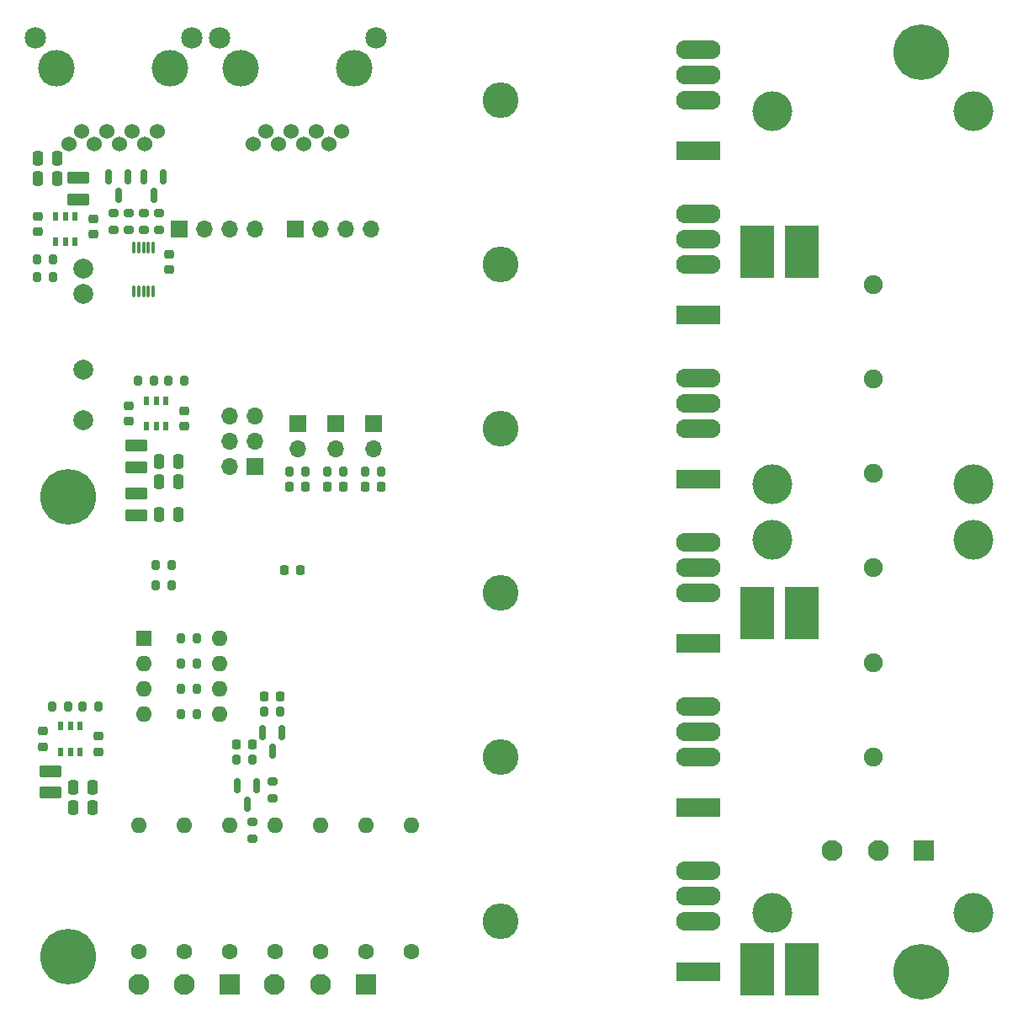
<source format=gbr>
%TF.GenerationSoftware,KiCad,Pcbnew,(6.0.9)*%
%TF.CreationDate,2023-06-09T19:15:00-04:00*%
%TF.ProjectId,HV servo drive v1,48562073-6572-4766-9f20-647269766520,rev?*%
%TF.SameCoordinates,Original*%
%TF.FileFunction,Soldermask,Bot*%
%TF.FilePolarity,Negative*%
%FSLAX46Y46*%
G04 Gerber Fmt 4.6, Leading zero omitted, Abs format (unit mm)*
G04 Created by KiCad (PCBNEW (6.0.9)) date 2023-06-09 19:15:00*
%MOMM*%
%LPD*%
G01*
G04 APERTURE LIST*
G04 Aperture macros list*
%AMRoundRect*
0 Rectangle with rounded corners*
0 $1 Rounding radius*
0 $2 $3 $4 $5 $6 $7 $8 $9 X,Y pos of 4 corners*
0 Add a 4 corners polygon primitive as box body*
4,1,4,$2,$3,$4,$5,$6,$7,$8,$9,$2,$3,0*
0 Add four circle primitives for the rounded corners*
1,1,$1+$1,$2,$3*
1,1,$1+$1,$4,$5*
1,1,$1+$1,$6,$7*
1,1,$1+$1,$8,$9*
0 Add four rect primitives between the rounded corners*
20,1,$1+$1,$2,$3,$4,$5,0*
20,1,$1+$1,$4,$5,$6,$7,0*
20,1,$1+$1,$6,$7,$8,$9,0*
20,1,$1+$1,$8,$9,$2,$3,0*%
G04 Aperture macros list end*
%ADD10C,5.600000*%
%ADD11C,3.600000*%
%ADD12C,4.000000*%
%ADD13R,1.700000X1.700000*%
%ADD14O,1.700000X1.700000*%
%ADD15RoundRect,0.250000X-0.250000X-0.475000X0.250000X-0.475000X0.250000X0.475000X-0.250000X0.475000X0*%
%ADD16C,1.600000*%
%ADD17O,1.600000X1.600000*%
%ADD18RoundRect,0.200000X0.200000X0.275000X-0.200000X0.275000X-0.200000X-0.275000X0.200000X-0.275000X0*%
%ADD19RoundRect,0.250001X0.799999X0.799999X-0.799999X0.799999X-0.799999X-0.799999X0.799999X-0.799999X0*%
%ADD20C,2.100000*%
%ADD21RoundRect,0.225000X0.225000X0.250000X-0.225000X0.250000X-0.225000X-0.250000X0.225000X-0.250000X0*%
%ADD22RoundRect,0.225000X-0.250000X0.225000X-0.250000X-0.225000X0.250000X-0.225000X0.250000X0.225000X0*%
%ADD23RoundRect,0.200000X0.275000X-0.200000X0.275000X0.200000X-0.275000X0.200000X-0.275000X-0.200000X0*%
%ADD24RoundRect,0.250000X-0.850000X0.375000X-0.850000X-0.375000X0.850000X-0.375000X0.850000X0.375000X0*%
%ADD25RoundRect,0.225000X0.250000X-0.225000X0.250000X0.225000X-0.250000X0.225000X-0.250000X-0.225000X0*%
%ADD26R,1.600000X1.600000*%
%ADD27C,1.524000*%
%ADD28C,2.159000*%
%ADD29C,3.683000*%
%ADD30C,1.905000*%
%ADD31R,0.508000X0.904700*%
%ADD32RoundRect,0.200000X-0.200000X-0.275000X0.200000X-0.275000X0.200000X0.275000X-0.200000X0.275000X0*%
%ADD33RoundRect,0.150000X-0.150000X0.587500X-0.150000X-0.587500X0.150000X-0.587500X0.150000X0.587500X0*%
%ADD34C,2.000000*%
%ADD35O,3.600000X3.600000*%
%ADD36R,4.500000X1.905000*%
%ADD37O,4.500000X1.905000*%
%ADD38R,3.352800X5.207000*%
%ADD39RoundRect,0.250000X0.250000X0.475000X-0.250000X0.475000X-0.250000X-0.475000X0.250000X-0.475000X0*%
%ADD40O,0.299999X1.350000*%
%ADD41RoundRect,0.250000X0.850000X-0.375000X0.850000X0.375000X-0.850000X0.375000X-0.850000X-0.375000X0*%
G04 APERTURE END LIST*
D10*
%TO.C,H4*%
X108458000Y-99822000D03*
D11*
X108458000Y-99822000D03*
%TD*%
D10*
%TO.C,H3*%
X108458000Y-146050000D03*
D11*
X108458000Y-146050000D03*
%TD*%
D12*
%TO.C,C9*%
X199638000Y-98552000D03*
X179338000Y-98552000D03*
X199638000Y-61052000D03*
X179338000Y-61052000D03*
%TD*%
%TO.C,C8*%
X179330000Y-104140000D03*
X199630000Y-104140000D03*
X179330000Y-141640000D03*
X199630000Y-141640000D03*
%TD*%
D10*
%TO.C,H2*%
X194310000Y-55118000D03*
D11*
X194310000Y-55118000D03*
%TD*%
%TO.C,H1*%
X194310000Y-147574000D03*
D10*
X194310000Y-147574000D03*
%TD*%
D13*
%TO.C,J3*%
X127254000Y-96774000D03*
D14*
X124714000Y-96774000D03*
X127254000Y-94234000D03*
X124714000Y-94234000D03*
X127254000Y-91694000D03*
X124714000Y-91694000D03*
%TD*%
D13*
%TO.C,TH3*%
X139192000Y-92451000D03*
D14*
X139192000Y-94991000D03*
%TD*%
D13*
%TO.C,TH2*%
X131572000Y-92451000D03*
D14*
X131572000Y-94991000D03*
%TD*%
D13*
%TO.C,TH1*%
X135382000Y-92451000D03*
D14*
X135382000Y-94991000D03*
%TD*%
D15*
%TO.C,C42*%
X117668000Y-96266000D03*
X119568000Y-96266000D03*
%TD*%
D16*
%TO.C,R44*%
X143002000Y-145542000D03*
D17*
X143002000Y-132842000D03*
%TD*%
D18*
%TO.C,R9*%
X121475000Y-119126000D03*
X119825000Y-119126000D03*
%TD*%
D19*
%TO.C,J6*%
X194592000Y-135382000D03*
D20*
X189992000Y-135382000D03*
X185392000Y-135382000D03*
%TD*%
D18*
%TO.C,R32*%
X129857000Y-121412000D03*
X128207000Y-121412000D03*
%TD*%
D21*
%TO.C,C22*%
X131839000Y-107188000D03*
X130289000Y-107188000D03*
%TD*%
D22*
%TO.C,C38*%
X105918000Y-124947749D03*
X105918000Y-123397749D03*
%TD*%
D16*
%TO.C,R40*%
X133858000Y-145542000D03*
D17*
X133858000Y-132842000D03*
%TD*%
D18*
%TO.C,R8*%
X121475000Y-116586000D03*
X119825000Y-116586000D03*
%TD*%
D16*
%TO.C,R29*%
X115570000Y-145542000D03*
D17*
X115570000Y-132842000D03*
%TD*%
D18*
%TO.C,R37*%
X132397000Y-97282000D03*
X130747000Y-97282000D03*
%TD*%
D22*
%TO.C,C37*%
X114554000Y-90665000D03*
X114554000Y-92215000D03*
%TD*%
D23*
%TO.C,R31*%
X129032000Y-130111000D03*
X129032000Y-128461000D03*
%TD*%
D24*
%TO.C,L2*%
X115316000Y-94683000D03*
X115316000Y-96833000D03*
%TD*%
D15*
%TO.C,C46*%
X117668000Y-101600000D03*
X119568000Y-101600000D03*
%TD*%
D18*
%TO.C,R7*%
X121475000Y-114046000D03*
X119825000Y-114046000D03*
%TD*%
D25*
%TO.C,C40*%
X120142000Y-92723000D03*
X120142000Y-91173000D03*
%TD*%
D26*
%TO.C,SW1*%
X116088000Y-114056000D03*
D17*
X116088000Y-116596000D03*
X116088000Y-119136000D03*
X116088000Y-121676000D03*
X123708000Y-121676000D03*
X123708000Y-119136000D03*
X123708000Y-116596000D03*
X123708000Y-114056000D03*
%TD*%
D15*
%TO.C,C45*%
X110932000Y-128998749D03*
X109032000Y-128998749D03*
%TD*%
D27*
%TO.C,J1*%
X127127000Y-64325500D03*
X128397000Y-63055500D03*
X129667000Y-64325500D03*
X130937000Y-63055500D03*
X132207000Y-64325500D03*
X133477000Y-63055500D03*
X134747000Y-64325500D03*
X136017000Y-63055500D03*
D28*
X123698000Y-53657500D03*
X139446000Y-53657500D03*
D29*
X125857000Y-56705500D03*
X137287000Y-56705500D03*
%TD*%
D18*
%TO.C,R24*%
X136207000Y-97282000D03*
X134557000Y-97282000D03*
%TD*%
D30*
%TO.C,J4*%
X189484901Y-78466651D03*
X189484901Y-87966649D03*
X189484901Y-97466648D03*
X189484901Y-106966647D03*
X189484901Y-116466646D03*
X189484901Y-125966645D03*
%TD*%
D19*
%TO.C,J5*%
X124770000Y-148844000D03*
D20*
X120170000Y-148844000D03*
X115570000Y-148844000D03*
%TD*%
D31*
%TO.C,U8*%
X116397999Y-90136749D03*
X117348000Y-90136749D03*
X118298001Y-90136749D03*
X118298001Y-92743251D03*
X117348000Y-92743251D03*
X116397999Y-92743251D03*
%TD*%
D18*
%TO.C,R35*%
X109919000Y-120904000D03*
X111569000Y-120904000D03*
%TD*%
D16*
%TO.C,R27*%
X120142000Y-145542000D03*
D17*
X120142000Y-132842000D03*
%TD*%
D31*
%TO.C,U9*%
X107761999Y-125476000D03*
X108712000Y-125476000D03*
X109662001Y-125476000D03*
X109662001Y-122869498D03*
X108712000Y-122869498D03*
X107761999Y-122869498D03*
%TD*%
D24*
%TO.C,L3*%
X106680000Y-129565749D03*
X106680000Y-127415749D03*
%TD*%
D18*
%TO.C,R34*%
X117157000Y-88138000D03*
X115507000Y-88138000D03*
%TD*%
D19*
%TO.C,J7*%
X138458000Y-148844000D03*
D20*
X133858000Y-148844000D03*
X129258000Y-148844000D03*
%TD*%
D32*
%TO.C,R14*%
X117285000Y-108712000D03*
X118935000Y-108712000D03*
%TD*%
D21*
%TO.C,C27*%
X136157000Y-98806000D03*
X134607000Y-98806000D03*
%TD*%
%TO.C,C26*%
X127013000Y-124714000D03*
X125463000Y-124714000D03*
%TD*%
D33*
%TO.C,D11*%
X128082000Y-123522500D03*
X129982000Y-123522500D03*
X129032000Y-125397500D03*
%TD*%
D15*
%TO.C,C44*%
X117668000Y-98298000D03*
X119568000Y-98298000D03*
%TD*%
D13*
%TO.C,M2*%
X131328000Y-72898000D03*
D14*
X133868000Y-72898000D03*
X136408000Y-72898000D03*
X138948000Y-72898000D03*
%TD*%
D21*
%TO.C,C39*%
X139967000Y-98806000D03*
X138417000Y-98806000D03*
%TD*%
D25*
%TO.C,C41*%
X111506000Y-123905749D03*
X111506000Y-125455749D03*
%TD*%
D32*
%TO.C,R13*%
X117285000Y-106680000D03*
X118935000Y-106680000D03*
%TD*%
D18*
%TO.C,R36*%
X106871000Y-120904000D03*
X108521000Y-120904000D03*
%TD*%
%TO.C,R33*%
X120205000Y-88138000D03*
X118555000Y-88138000D03*
%TD*%
D24*
%TO.C,L4*%
X115316000Y-99509000D03*
X115316000Y-101659000D03*
%TD*%
D23*
%TO.C,R16*%
X127000000Y-134175000D03*
X127000000Y-132525000D03*
%TD*%
D16*
%TO.C,R25*%
X124714000Y-145542000D03*
D17*
X124714000Y-132842000D03*
%TD*%
D21*
%TO.C,C31*%
X129807000Y-119888000D03*
X128257000Y-119888000D03*
%TD*%
D34*
%TO.C,U7*%
X110007825Y-79435425D03*
X110007825Y-76895425D03*
X110007825Y-87055425D03*
X110007825Y-92135425D03*
%TD*%
D13*
%TO.C,M1*%
X119644000Y-72898000D03*
D14*
X122184000Y-72898000D03*
X124724000Y-72898000D03*
X127264000Y-72898000D03*
%TD*%
D18*
%TO.C,R15*%
X121475000Y-121666000D03*
X119825000Y-121666000D03*
%TD*%
D15*
%TO.C,C43*%
X110932000Y-131030749D03*
X109032000Y-131030749D03*
%TD*%
D16*
%TO.C,R42*%
X129286000Y-145542000D03*
D17*
X129286000Y-132842000D03*
%TD*%
D18*
%TO.C,R46*%
X140017000Y-97282000D03*
X138367000Y-97282000D03*
%TD*%
D33*
%TO.C,D7*%
X125542000Y-128856500D03*
X127442000Y-128856500D03*
X126492000Y-130731500D03*
%TD*%
D27*
%TO.C,J2*%
X108585000Y-64325500D03*
X109855000Y-63055500D03*
X111125000Y-64325500D03*
X112395000Y-63055500D03*
X113665000Y-64325500D03*
X114935000Y-63055500D03*
X116205000Y-64325500D03*
X117475000Y-63055500D03*
D28*
X105156000Y-53657500D03*
X120904000Y-53657500D03*
D29*
X107315000Y-56705500D03*
X118745000Y-56705500D03*
%TD*%
D21*
%TO.C,C32*%
X132347000Y-98806000D03*
X130797000Y-98806000D03*
%TD*%
D16*
%TO.C,R38*%
X138430000Y-145542000D03*
D17*
X138430000Y-132842000D03*
%TD*%
D18*
%TO.C,R17*%
X127063000Y-126238000D03*
X125413000Y-126238000D03*
%TD*%
D35*
%TO.C,Q1*%
X152050000Y-109474000D03*
D36*
X171910000Y-114554000D03*
D37*
X171910000Y-109474000D03*
X171910000Y-106934000D03*
X171910000Y-104394000D03*
%TD*%
D38*
%TO.C,R63*%
X177863500Y-75184000D03*
X182308500Y-75184000D03*
%TD*%
D25*
%TO.C,C11*%
X110998000Y-73419000D03*
X110998000Y-71869000D03*
%TD*%
D35*
%TO.C,Q5*%
X152050000Y-142494000D03*
D36*
X171910000Y-147574000D03*
D37*
X171910000Y-142494000D03*
X171910000Y-139954000D03*
X171910000Y-137414000D03*
%TD*%
D35*
%TO.C,Q2*%
X152050000Y-92964000D03*
D36*
X171910000Y-98044000D03*
D37*
X171910000Y-92964000D03*
X171910000Y-90424000D03*
X171910000Y-87884000D03*
%TD*%
D31*
%TO.C,U6*%
X109154001Y-74201251D03*
X108204000Y-74201251D03*
X107253999Y-74201251D03*
X107253999Y-71594749D03*
X108204000Y-71594749D03*
X109154001Y-71594749D03*
%TD*%
D38*
%TO.C,R61*%
X177863500Y-111506000D03*
X182308500Y-111506000D03*
%TD*%
D35*
%TO.C,Q4*%
X152050000Y-59944000D03*
D36*
X171910000Y-65024000D03*
D37*
X171910000Y-59944000D03*
X171910000Y-57404000D03*
X171910000Y-54864000D03*
%TD*%
D39*
%TO.C,C19*%
X107376000Y-67818000D03*
X105476000Y-67818000D03*
%TD*%
D23*
%TO.C,R1*%
X117602000Y-72961000D03*
X117602000Y-71311000D03*
%TD*%
D40*
%TO.C,U1*%
X117078001Y-79186999D03*
X116578002Y-79186999D03*
X116078000Y-79186999D03*
X115578001Y-79186999D03*
X115077999Y-79186999D03*
X115077999Y-74736998D03*
X115578001Y-74736998D03*
X116078000Y-74736998D03*
X116578002Y-74736998D03*
X117078001Y-74736998D03*
%TD*%
D35*
%TO.C,Q6*%
X152050000Y-125984000D03*
D36*
X171910000Y-131064000D03*
D37*
X171910000Y-125984000D03*
X171910000Y-123444000D03*
X171910000Y-120904000D03*
%TD*%
D23*
%TO.C,R4*%
X114554000Y-72961000D03*
X114554000Y-71311000D03*
%TD*%
D38*
%TO.C,R65*%
X177863500Y-147320000D03*
X182308500Y-147320000D03*
%TD*%
D32*
%TO.C,R5*%
X105347000Y-77724000D03*
X106997000Y-77724000D03*
%TD*%
D39*
%TO.C,C16*%
X107376000Y-65786000D03*
X105476000Y-65786000D03*
%TD*%
D23*
%TO.C,R2*%
X116078000Y-72961000D03*
X116078000Y-71311000D03*
%TD*%
%TO.C,R3*%
X113030000Y-72961000D03*
X113030000Y-71311000D03*
%TD*%
D18*
%TO.C,R6*%
X106997000Y-75946000D03*
X105347000Y-75946000D03*
%TD*%
D22*
%TO.C,C1*%
X118618000Y-75425000D03*
X118618000Y-76975000D03*
%TD*%
D33*
%TO.C,D2*%
X112588000Y-67642500D03*
X114488000Y-67642500D03*
X113538000Y-69517500D03*
%TD*%
D41*
%TO.C,L1*%
X109474000Y-69909000D03*
X109474000Y-67759000D03*
%TD*%
D35*
%TO.C,Q3*%
X152050000Y-76454000D03*
D36*
X171910000Y-81534000D03*
D37*
X171910000Y-76454000D03*
X171910000Y-73914000D03*
X171910000Y-71374000D03*
%TD*%
D22*
%TO.C,C13*%
X105410000Y-71615000D03*
X105410000Y-73165000D03*
%TD*%
D33*
%TO.C,D1*%
X116144000Y-67642500D03*
X118044000Y-67642500D03*
X117094000Y-69517500D03*
%TD*%
M02*

</source>
